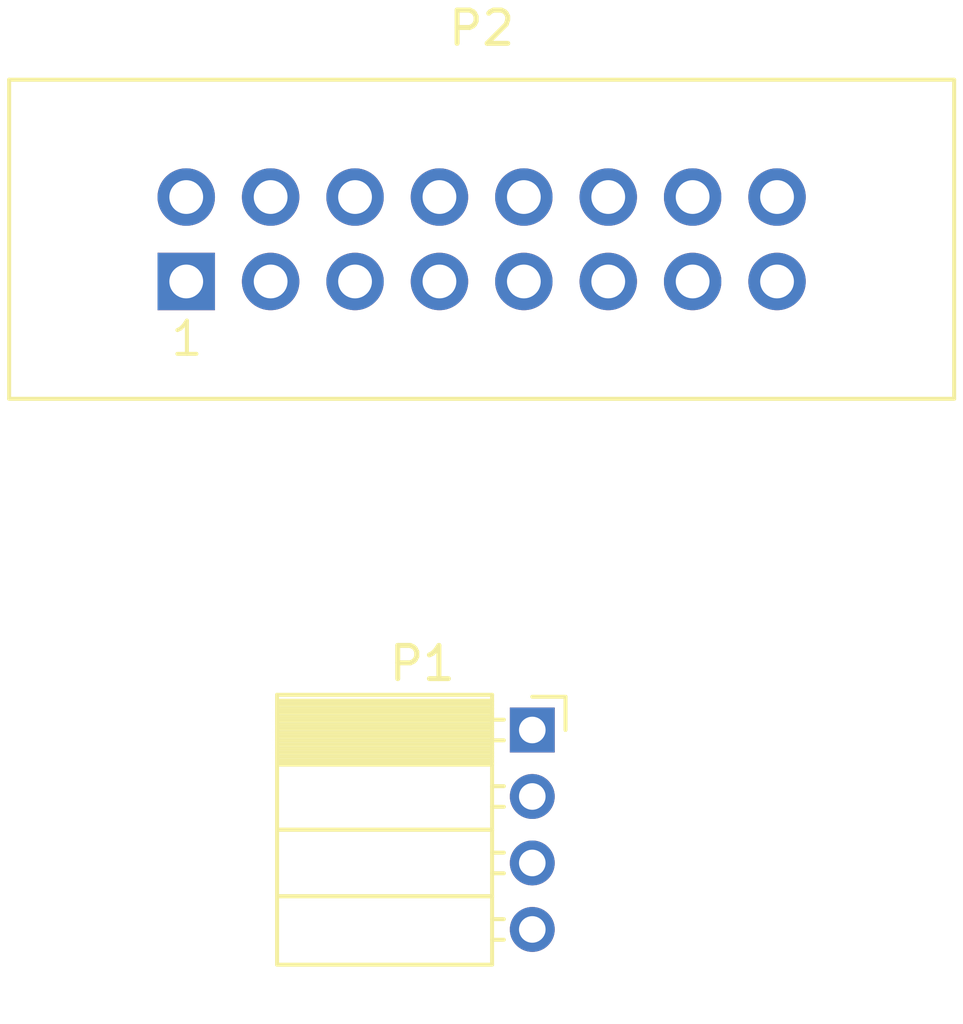
<source format=kicad_pcb>
(kicad_pcb (version 4) (host pcbnew 4.0.4-stable)

  (general
    (links 0)
    (no_connects 0)
    (area 18.578999 14.265 47.969001 45.429)
    (thickness 1.6)
    (drawings 0)
    (tracks 0)
    (zones 0)
    (modules 2)
    (nets 21)
  )

  (page A4)
  (layers
    (0 F.Cu signal)
    (31 B.Cu signal)
    (32 B.Adhes user)
    (33 F.Adhes user)
    (34 B.Paste user)
    (35 F.Paste user)
    (36 B.SilkS user)
    (37 F.SilkS user)
    (38 B.Mask user)
    (39 F.Mask user)
    (40 Dwgs.User user)
    (41 Cmts.User user)
    (42 Eco1.User user)
    (43 Eco2.User user)
    (44 Edge.Cuts user)
    (45 Margin user)
    (46 B.CrtYd user)
    (47 F.CrtYd user)
    (48 B.Fab user)
    (49 F.Fab user)
  )

  (setup
    (last_trace_width 0.25)
    (trace_clearance 0.2)
    (zone_clearance 0.508)
    (zone_45_only no)
    (trace_min 0.2)
    (segment_width 0.2)
    (edge_width 0.15)
    (via_size 0.6)
    (via_drill 0.4)
    (via_min_size 0.4)
    (via_min_drill 0.3)
    (uvia_size 0.3)
    (uvia_drill 0.1)
    (uvias_allowed no)
    (uvia_min_size 0.2)
    (uvia_min_drill 0.1)
    (pcb_text_width 0.3)
    (pcb_text_size 1.5 1.5)
    (mod_edge_width 0.15)
    (mod_text_size 1 1)
    (mod_text_width 0.15)
    (pad_size 1.524 1.524)
    (pad_drill 0.762)
    (pad_to_mask_clearance 0.2)
    (aux_axis_origin 0 0)
    (visible_elements FFFFFF7F)
    (pcbplotparams
      (layerselection 0x00030_80000001)
      (usegerberextensions false)
      (excludeedgelayer true)
      (linewidth 0.100000)
      (plotframeref false)
      (viasonmask false)
      (mode 1)
      (useauxorigin false)
      (hpglpennumber 1)
      (hpglpenspeed 20)
      (hpglpendiameter 15)
      (hpglpenoverlay 2)
      (psnegative false)
      (psa4output false)
      (plotreference true)
      (plotvalue true)
      (plotinvisibletext false)
      (padsonsilk false)
      (subtractmaskfromsilk false)
      (outputformat 1)
      (mirror false)
      (drillshape 1)
      (scaleselection 1)
      (outputdirectory ""))
  )

  (net 0 "")
  (net 1 "Net-(P1-Pad1)")
  (net 2 "Net-(P1-Pad2)")
  (net 3 "Net-(P1-Pad3)")
  (net 4 "Net-(P1-Pad4)")
  (net 5 "Net-(P2-Pad1)")
  (net 6 "Net-(P2-Pad2)")
  (net 7 "Net-(P2-Pad3)")
  (net 8 "Net-(P2-Pad4)")
  (net 9 "Net-(P2-Pad5)")
  (net 10 "Net-(P2-Pad6)")
  (net 11 "Net-(P2-Pad7)")
  (net 12 "Net-(P2-Pad8)")
  (net 13 "Net-(P2-Pad9)")
  (net 14 "Net-(P2-Pad10)")
  (net 15 "Net-(P2-Pad11)")
  (net 16 "Net-(P2-Pad12)")
  (net 17 "Net-(P2-Pad13)")
  (net 18 "Net-(P2-Pad14)")
  (net 19 "Net-(P2-Pad15)")
  (net 20 "Net-(P2-Pad16)")

  (net_class Default "This is the default net class."
    (clearance 0.2)
    (trace_width 0.25)
    (via_dia 0.6)
    (via_drill 0.4)
    (uvia_dia 0.3)
    (uvia_drill 0.1)
    (add_net "Net-(P1-Pad1)")
    (add_net "Net-(P1-Pad2)")
    (add_net "Net-(P1-Pad3)")
    (add_net "Net-(P1-Pad4)")
    (add_net "Net-(P2-Pad1)")
    (add_net "Net-(P2-Pad10)")
    (add_net "Net-(P2-Pad11)")
    (add_net "Net-(P2-Pad12)")
    (add_net "Net-(P2-Pad13)")
    (add_net "Net-(P2-Pad14)")
    (add_net "Net-(P2-Pad15)")
    (add_net "Net-(P2-Pad16)")
    (add_net "Net-(P2-Pad2)")
    (add_net "Net-(P2-Pad3)")
    (add_net "Net-(P2-Pad4)")
    (add_net "Net-(P2-Pad5)")
    (add_net "Net-(P2-Pad6)")
    (add_net "Net-(P2-Pad7)")
    (add_net "Net-(P2-Pad8)")
    (add_net "Net-(P2-Pad9)")
  )

  (module Socket_Strips:Socket_Strip_Angled_1x04_Pitch2.00mm (layer F.Cu) (tedit 588DE95B) (tstamp 58A54976)
    (at 34.798 36.354)
    (descr "Through hole angled socket strip, 1x04, 2.00mm pitch, 6.35mm socket length, single row")
    (tags "Through hole angled socket strip THT 1x04 2.00mm single row")
    (path /58A5476B)
    (fp_text reference P1 (at -3.31 -2) (layer F.SilkS)
      (effects (font (size 1 1) (thickness 0.15)))
    )
    (fp_text value CONN_01X04 (at -3.31 8) (layer F.Fab)
      (effects (font (size 1 1) (thickness 0.15)))
    )
    (fp_line (start -1.27 -1) (end -1.27 1) (layer F.Fab) (width 0.1))
    (fp_line (start -1.27 1) (end -7.62 1) (layer F.Fab) (width 0.1))
    (fp_line (start -7.62 1) (end -7.62 -1) (layer F.Fab) (width 0.1))
    (fp_line (start -7.62 -1) (end -1.27 -1) (layer F.Fab) (width 0.1))
    (fp_line (start 0 -0.25) (end 0 0.25) (layer F.Fab) (width 0.1))
    (fp_line (start 0 0.25) (end -1.27 0.25) (layer F.Fab) (width 0.1))
    (fp_line (start -1.27 0.25) (end -1.27 -0.25) (layer F.Fab) (width 0.1))
    (fp_line (start -1.27 -0.25) (end 0 -0.25) (layer F.Fab) (width 0.1))
    (fp_line (start -1.27 1) (end -1.27 3) (layer F.Fab) (width 0.1))
    (fp_line (start -1.27 3) (end -7.62 3) (layer F.Fab) (width 0.1))
    (fp_line (start -7.62 3) (end -7.62 1) (layer F.Fab) (width 0.1))
    (fp_line (start -7.62 1) (end -1.27 1) (layer F.Fab) (width 0.1))
    (fp_line (start 0 1.75) (end 0 2.25) (layer F.Fab) (width 0.1))
    (fp_line (start 0 2.25) (end -1.27 2.25) (layer F.Fab) (width 0.1))
    (fp_line (start -1.27 2.25) (end -1.27 1.75) (layer F.Fab) (width 0.1))
    (fp_line (start -1.27 1.75) (end 0 1.75) (layer F.Fab) (width 0.1))
    (fp_line (start -1.27 3) (end -1.27 5) (layer F.Fab) (width 0.1))
    (fp_line (start -1.27 5) (end -7.62 5) (layer F.Fab) (width 0.1))
    (fp_line (start -7.62 5) (end -7.62 3) (layer F.Fab) (width 0.1))
    (fp_line (start -7.62 3) (end -1.27 3) (layer F.Fab) (width 0.1))
    (fp_line (start 0 3.75) (end 0 4.25) (layer F.Fab) (width 0.1))
    (fp_line (start 0 4.25) (end -1.27 4.25) (layer F.Fab) (width 0.1))
    (fp_line (start -1.27 4.25) (end -1.27 3.75) (layer F.Fab) (width 0.1))
    (fp_line (start -1.27 3.75) (end 0 3.75) (layer F.Fab) (width 0.1))
    (fp_line (start -1.27 5) (end -1.27 7) (layer F.Fab) (width 0.1))
    (fp_line (start -1.27 7) (end -7.62 7) (layer F.Fab) (width 0.1))
    (fp_line (start -7.62 7) (end -7.62 5) (layer F.Fab) (width 0.1))
    (fp_line (start -7.62 5) (end -1.27 5) (layer F.Fab) (width 0.1))
    (fp_line (start 0 5.75) (end 0 6.25) (layer F.Fab) (width 0.1))
    (fp_line (start 0 6.25) (end -1.27 6.25) (layer F.Fab) (width 0.1))
    (fp_line (start -1.27 6.25) (end -1.27 5.75) (layer F.Fab) (width 0.1))
    (fp_line (start -1.27 5.75) (end 0 5.75) (layer F.Fab) (width 0.1))
    (fp_line (start -1.21 -1.06) (end -1.21 1) (layer F.SilkS) (width 0.12))
    (fp_line (start -1.21 1) (end -7.68 1) (layer F.SilkS) (width 0.12))
    (fp_line (start -7.68 1) (end -7.68 -1.06) (layer F.SilkS) (width 0.12))
    (fp_line (start -7.68 -1.06) (end -1.21 -1.06) (layer F.SilkS) (width 0.12))
    (fp_line (start -0.855 -0.31) (end -1.21 -0.31) (layer F.SilkS) (width 0.12))
    (fp_line (start -0.855 0.31) (end -1.21 0.31) (layer F.SilkS) (width 0.12))
    (fp_line (start -1.21 -0.88) (end -7.68 -0.88) (layer F.SilkS) (width 0.12))
    (fp_line (start -1.21 -0.76) (end -7.68 -0.76) (layer F.SilkS) (width 0.12))
    (fp_line (start -1.21 -0.64) (end -7.68 -0.64) (layer F.SilkS) (width 0.12))
    (fp_line (start -1.21 -0.52) (end -7.68 -0.52) (layer F.SilkS) (width 0.12))
    (fp_line (start -1.21 -0.4) (end -7.68 -0.4) (layer F.SilkS) (width 0.12))
    (fp_line (start -1.21 -0.28) (end -7.68 -0.28) (layer F.SilkS) (width 0.12))
    (fp_line (start -1.21 -0.16) (end -7.68 -0.16) (layer F.SilkS) (width 0.12))
    (fp_line (start -1.21 -0.04) (end -7.68 -0.04) (layer F.SilkS) (width 0.12))
    (fp_line (start -1.21 0.08) (end -7.68 0.08) (layer F.SilkS) (width 0.12))
    (fp_line (start -1.21 0.2) (end -7.68 0.2) (layer F.SilkS) (width 0.12))
    (fp_line (start -1.21 0.32) (end -7.68 0.32) (layer F.SilkS) (width 0.12))
    (fp_line (start -1.21 0.44) (end -7.68 0.44) (layer F.SilkS) (width 0.12))
    (fp_line (start -1.21 0.56) (end -7.68 0.56) (layer F.SilkS) (width 0.12))
    (fp_line (start -1.21 0.68) (end -7.68 0.68) (layer F.SilkS) (width 0.12))
    (fp_line (start -1.21 0.8) (end -7.68 0.8) (layer F.SilkS) (width 0.12))
    (fp_line (start -1.21 0.92) (end -7.68 0.92) (layer F.SilkS) (width 0.12))
    (fp_line (start -1.21 1.04) (end -7.68 1.04) (layer F.SilkS) (width 0.12))
    (fp_line (start -1.21 1) (end -1.21 3) (layer F.SilkS) (width 0.12))
    (fp_line (start -1.21 3) (end -7.68 3) (layer F.SilkS) (width 0.12))
    (fp_line (start -7.68 3) (end -7.68 1) (layer F.SilkS) (width 0.12))
    (fp_line (start -7.68 1) (end -1.21 1) (layer F.SilkS) (width 0.12))
    (fp_line (start -0.855 1.69) (end -1.21 1.69) (layer F.SilkS) (width 0.12))
    (fp_line (start -0.855 2.31) (end -1.21 2.31) (layer F.SilkS) (width 0.12))
    (fp_line (start -1.21 3) (end -1.21 5) (layer F.SilkS) (width 0.12))
    (fp_line (start -1.21 5) (end -7.68 5) (layer F.SilkS) (width 0.12))
    (fp_line (start -7.68 5) (end -7.68 3) (layer F.SilkS) (width 0.12))
    (fp_line (start -7.68 3) (end -1.21 3) (layer F.SilkS) (width 0.12))
    (fp_line (start -0.855 3.69) (end -1.21 3.69) (layer F.SilkS) (width 0.12))
    (fp_line (start -0.855 4.31) (end -1.21 4.31) (layer F.SilkS) (width 0.12))
    (fp_line (start -1.21 5) (end -1.21 7.06) (layer F.SilkS) (width 0.12))
    (fp_line (start -1.21 7.06) (end -7.68 7.06) (layer F.SilkS) (width 0.12))
    (fp_line (start -7.68 7.06) (end -7.68 5) (layer F.SilkS) (width 0.12))
    (fp_line (start -7.68 5) (end -1.21 5) (layer F.SilkS) (width 0.12))
    (fp_line (start -0.855 5.69) (end -1.21 5.69) (layer F.SilkS) (width 0.12))
    (fp_line (start -0.855 6.31) (end -1.21 6.31) (layer F.SilkS) (width 0.12))
    (fp_line (start 0 -1) (end 1 -1) (layer F.SilkS) (width 0.12))
    (fp_line (start 1 -1) (end 1 0) (layer F.SilkS) (width 0.12))
    (fp_line (start 1.25 -1.25) (end 1.25 7.25) (layer F.CrtYd) (width 0.05))
    (fp_line (start 1.25 7.25) (end -7.9 7.25) (layer F.CrtYd) (width 0.05))
    (fp_line (start -7.9 7.25) (end -7.9 -1.25) (layer F.CrtYd) (width 0.05))
    (fp_line (start -7.9 -1.25) (end 1.25 -1.25) (layer F.CrtYd) (width 0.05))
    (pad 1 thru_hole rect (at 0 0) (size 1.35 1.35) (drill 0.8) (layers *.Cu *.Mask)
      (net 1 "Net-(P1-Pad1)"))
    (pad 2 thru_hole oval (at 0 2) (size 1.35 1.35) (drill 0.8) (layers *.Cu *.Mask)
      (net 2 "Net-(P1-Pad2)"))
    (pad 3 thru_hole oval (at 0 4) (size 1.35 1.35) (drill 0.8) (layers *.Cu *.Mask)
      (net 3 "Net-(P1-Pad3)"))
    (pad 4 thru_hole oval (at 0 6) (size 1.35 1.35) (drill 0.8) (layers *.Cu *.Mask)
      (net 4 "Net-(P1-Pad4)"))
    (model Socket_Strips.3dshapes/Socket_Strip_Angled_1x04_Pitch2.00mm.wrl
      (at (xyz 0 -0.11811 0))
      (scale (xyz 1 1 1))
      (rotate (xyz 0 0 90))
    )
  )

  (module Connect:IDC_Header_Straight_16pins (layer F.Cu) (tedit 0) (tstamp 58A549A2)
    (at 24.384 22.86)
    (descr "16 pins through hole IDC header")
    (tags "IDC header socket VASCH")
    (path /58A54863)
    (fp_text reference P2 (at 8.89 -7.62) (layer F.SilkS)
      (effects (font (size 1 1) (thickness 0.15)))
    )
    (fp_text value CONN_02X08 (at 8.89 5.223) (layer F.Fab)
      (effects (font (size 1 1) (thickness 0.15)))
    )
    (fp_line (start -5.08 -5.82) (end 22.86 -5.82) (layer F.Fab) (width 0.1))
    (fp_line (start -4.54 -5.27) (end 22.3 -5.27) (layer F.Fab) (width 0.1))
    (fp_line (start -5.08 3.28) (end 22.86 3.28) (layer F.Fab) (width 0.1))
    (fp_line (start -4.54 2.73) (end 6.64 2.73) (layer F.Fab) (width 0.1))
    (fp_line (start 11.14 2.73) (end 22.3 2.73) (layer F.Fab) (width 0.1))
    (fp_line (start 6.64 2.73) (end 6.64 3.28) (layer F.Fab) (width 0.1))
    (fp_line (start 11.14 2.73) (end 11.14 3.28) (layer F.Fab) (width 0.1))
    (fp_line (start -5.08 -5.82) (end -5.08 3.28) (layer F.Fab) (width 0.1))
    (fp_line (start -4.54 -5.27) (end -4.54 2.73) (layer F.Fab) (width 0.1))
    (fp_line (start 22.86 -5.82) (end 22.86 3.28) (layer F.Fab) (width 0.1))
    (fp_line (start 22.3 -5.27) (end 22.3 2.73) (layer F.Fab) (width 0.1))
    (fp_line (start -5.08 -5.82) (end -4.54 -5.27) (layer F.Fab) (width 0.1))
    (fp_line (start 22.86 -5.82) (end 22.3 -5.27) (layer F.Fab) (width 0.1))
    (fp_line (start -5.08 3.28) (end -4.54 2.73) (layer F.Fab) (width 0.1))
    (fp_line (start 22.86 3.28) (end 22.3 2.73) (layer F.Fab) (width 0.1))
    (fp_line (start -5.58 -6.32) (end 23.36 -6.32) (layer F.CrtYd) (width 0.05))
    (fp_line (start 23.36 -6.32) (end 23.36 3.78) (layer F.CrtYd) (width 0.05))
    (fp_line (start 23.36 3.78) (end -5.58 3.78) (layer F.CrtYd) (width 0.05))
    (fp_line (start -5.58 3.78) (end -5.58 -6.32) (layer F.CrtYd) (width 0.05))
    (fp_text user 1 (at 0.02 1.72) (layer F.SilkS)
      (effects (font (size 1 1) (thickness 0.12)))
    )
    (fp_line (start -5.33 -6.07) (end 23.11 -6.07) (layer F.SilkS) (width 0.12))
    (fp_line (start 23.11 -6.07) (end 23.11 3.53) (layer F.SilkS) (width 0.12))
    (fp_line (start 23.11 3.53) (end -5.33 3.53) (layer F.SilkS) (width 0.12))
    (fp_line (start -5.33 3.53) (end -5.33 -6.07) (layer F.SilkS) (width 0.12))
    (pad 1 thru_hole rect (at 0 0) (size 1.7272 1.7272) (drill 1.016) (layers *.Cu *.Mask)
      (net 5 "Net-(P2-Pad1)"))
    (pad 2 thru_hole oval (at 0 -2.54) (size 1.7272 1.7272) (drill 1.016) (layers *.Cu *.Mask)
      (net 6 "Net-(P2-Pad2)"))
    (pad 3 thru_hole oval (at 2.54 0) (size 1.7272 1.7272) (drill 1.016) (layers *.Cu *.Mask)
      (net 7 "Net-(P2-Pad3)"))
    (pad 4 thru_hole oval (at 2.54 -2.54) (size 1.7272 1.7272) (drill 1.016) (layers *.Cu *.Mask)
      (net 8 "Net-(P2-Pad4)"))
    (pad 5 thru_hole oval (at 5.08 0) (size 1.7272 1.7272) (drill 1.016) (layers *.Cu *.Mask)
      (net 9 "Net-(P2-Pad5)"))
    (pad 6 thru_hole oval (at 5.08 -2.54) (size 1.7272 1.7272) (drill 1.016) (layers *.Cu *.Mask)
      (net 10 "Net-(P2-Pad6)"))
    (pad 7 thru_hole oval (at 7.62 0) (size 1.7272 1.7272) (drill 1.016) (layers *.Cu *.Mask)
      (net 11 "Net-(P2-Pad7)"))
    (pad 8 thru_hole oval (at 7.62 -2.54) (size 1.7272 1.7272) (drill 1.016) (layers *.Cu *.Mask)
      (net 12 "Net-(P2-Pad8)"))
    (pad 9 thru_hole oval (at 10.16 0) (size 1.7272 1.7272) (drill 1.016) (layers *.Cu *.Mask)
      (net 13 "Net-(P2-Pad9)"))
    (pad 10 thru_hole oval (at 10.16 -2.54) (size 1.7272 1.7272) (drill 1.016) (layers *.Cu *.Mask)
      (net 14 "Net-(P2-Pad10)"))
    (pad 11 thru_hole oval (at 12.7 0) (size 1.7272 1.7272) (drill 1.016) (layers *.Cu *.Mask)
      (net 15 "Net-(P2-Pad11)"))
    (pad 12 thru_hole oval (at 12.7 -2.54) (size 1.7272 1.7272) (drill 1.016) (layers *.Cu *.Mask)
      (net 16 "Net-(P2-Pad12)"))
    (pad 13 thru_hole oval (at 15.24 0) (size 1.7272 1.7272) (drill 1.016) (layers *.Cu *.Mask)
      (net 17 "Net-(P2-Pad13)"))
    (pad 14 thru_hole oval (at 15.24 -2.54) (size 1.7272 1.7272) (drill 1.016) (layers *.Cu *.Mask)
      (net 18 "Net-(P2-Pad14)"))
    (pad 15 thru_hole oval (at 17.78 0) (size 1.7272 1.7272) (drill 1.016) (layers *.Cu *.Mask)
      (net 19 "Net-(P2-Pad15)"))
    (pad 16 thru_hole oval (at 17.78 -2.54) (size 1.7272 1.7272) (drill 1.016) (layers *.Cu *.Mask)
      (net 20 "Net-(P2-Pad16)"))
  )

)

</source>
